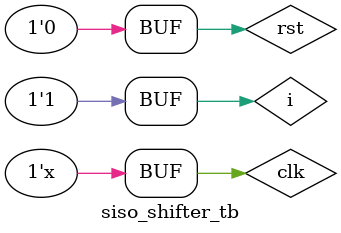
<source format=v>
module siso_shifter (
    input i, 
    input clk,
    input rst,
    output reg o
);  
    reg[2:0] q;
    always @(posedge clk) begin
        if(rst)begin 
            o <= 0;
            q <= 0;
         end
        else begin
            q[0] <= i;
            q[1] <= q[0];
            q[2] <= q[1];
            o <= q[2];
        end
    end
endmodule

module siso_shifter_tb ();
    reg clk=0, rst;
    reg i;
    wire q;
    siso_shifter dut (i, clk, rst, q);

    always #5 clk=~clk;

    initial begin
        rst = 1; i = 0;  #10;
        rst = 0; i = 0; #10;
        rst = 0; i = 1; #10;
        rst = 0; i = 0; #10;
        rst = 0; i = 1; #10;
    end
endmodule
</source>
